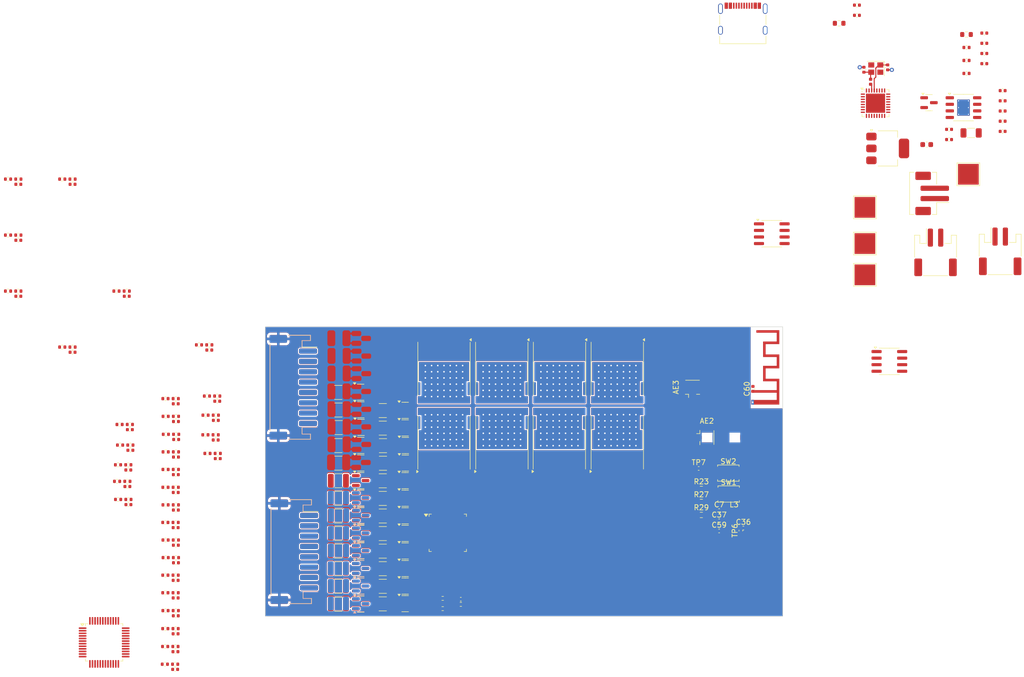
<source format=kicad_pcb>
(kicad_pcb (version 20241229) (generator "pcbnew") (generator_version "9.0")
  (layers (0 "F.Cu" signal) (4 "In1.Cu" signal) (6 "In2.Cu" signal) (2 "B.Cu" signal) (13 "F.Paste" user) (15 "B.Paste" user) (5 "F.SilkS" user "F.Silkscreen") (7 "B.SilkS" user "B.Silkscreen") (1 "F.Mask" user) (3 "B.Mask" user) (25 "Edge.Cuts" user))
  (net 0 "")
  (net 1 "Net-(U3-VIN)")
  (net 2 "GND")
  (net 3 "/MCU/PCHG_EN")
  (net 4 "/Frontend/CHG")
  (net 5 "Net-(Q39-G)")
  (net 6 "Net-(J5-Pin_1)")
  (net 7 "Net-(J5-Pin_2)")
  (net 8 "Net-(J6-CC2)")
  (net 9 "Net-(J6-CC1)")
  (net 10 "/Frontend/CEL_7")
  (net 11 "/Frontend/CEL_6")
  (net 12 "/Frontend/CEL_5")
  (net 13 "/Frontend/CEL_4")
  (net 14 "/Frontend/CEL_3")
  (net 15 "/Frontend/CEL_2")
  (net 16 "/Frontend/CEL_1")
  (net 17 "+3.3V")
  (net 18 "Net-(U1-CHIP_EN)")
  (net 19 "+5V")
  (net 20 "/Frontend/CEL_0")
  (net 21 "/Frontend/TS2")
  (net 22 "/Frontend/TS3")
  (net 23 "+BATT")
  (net 24 "/PACK+")
  (net 25 "/Frontend/VC17")
  (net 26 "/Frontend/VC18")
  (net 27 "/Frontend/VC32")
  (net 28 "/Frontend/CEL_15")
  (net 29 "/Frontend/DSG")
  (net 30 "Net-(Q10-B)")
  (net 31 "/Frontend/CEL_14")
  (net 32 "Net-(Q10-C)")
  (net 33 "Net-(Q11-B)")
  (net 34 "Net-(Q11-C)")
  (net 35 "/Frontend/CEL_13")
  (net 36 "/Frontend/CEL_12")
  (net 37 "Net-(Q12-C)")
  (net 38 "Net-(Q12-B)")
  (net 39 "Net-(Q13-C)")
  (net 40 "/Frontend/CEL_11")
  (net 41 "Net-(C4-Pad1)")
  (net 42 "Net-(Q3-G)")
  (net 43 "+3.3VP")
  (net 44 "Net-(Q4-G)")
  (net 45 "Net-(Q13-B)")
  (net 46 "Net-(Q5-G)")
  (net 47 "Net-(Q40-G)")
  (net 48 "Net-(Q7-C)")
  (net 49 "Net-(Q7-B)")
  (net 50 "Net-(Q8-B)")
  (net 51 "Net-(Q8-C)")
  (net 52 "Net-(Q9-C)")
  (net 53 "Net-(U5-SRN)")
  (net 54 "Net-(U5-SRP)")
  (net 55 "Net-(U1-XTAL_P)")
  (net 56 "/MCU/VDD_RF")
  (net 57 "/MCU/DIV_OUT")
  (net 58 "/Frontend/VC31")
  (net 60 "Net-(U1-XTAL_N)")
  (net 61 "/MCU/PSW_EN")
  (net 65 "Net-(U1-GPIO3)")
  (net 66 "/Frontend/VC30")
  (net 67 "/MCU/DIV_CHG")
  (net 68 "Net-(AE1-A)")
  (net 69 "/HW_EN")
  (net 70 "Net-(Q14-B)")
  (net 71 "Net-(Q14-C)")
  (net 72 "/Frontend/CEL_10")
  (net 73 "Net-(Q15-C)")
  (net 74 "/Frontend/TS1")
  (net 76 "Net-(Q15-B)")
  (net 77 "/Frontend/CEL_9")
  (net 78 "Net-(Q16-C)")
  (net 80 "Net-(U3-SW)")
  (net 81 "/Frontend/CEL_8")
  (net 82 "Net-(U3-EN{slash}UVLO)")
  (net 83 "Net-(Q41-G)")
  (net 84 "-BATT")
  (net 85 "Net-(U3-RON)")
  (net 86 "Net-(Q16-B)")
  (net 88 "Net-(U3-BST)")
  (net 89 "/Frontend/I2C_SDA")
  (net 90 "Net-(U3-FB)")
  (net 91 "Net-(U5-BAT)")
  (net 92 "Net-(Q17-B)")
  (net 93 "Net-(Q17-C)")
  (net 94 "Net-(Q18-C)")
  (net 95 "/PACK-")
  (net 97 "/Frontend/VC29")
  (net 98 "Net-(Q18-B)")
  (net 100 "/Frontend/FET_CENTER")
  (net 102 "/Frontend/I2C_SCL")
  (net 103 "Net-(Q19-B)")
  (net 105 "Net-(Q19-C)")
  (net 106 "Net-(Q20-B)")
  (net 108 "Net-(Q20-C)")
  (net 109 "Net-(Q21-B)")
  (net 110 "Net-(Q21-C)")
  (net 111 "Net-(Q22-C)")
  (net 114 "Net-(Q22-B)")
  (net 115 "/Frontend/VC16")
  (net 116 "/Frontend/VC6")
  (net 117 "/Frontend/VC7")
  (net 118 "/Frontend/VC2")
  (net 119 "/Frontend/VC0")
  (net 120 "/Frontend/VC1")
  (net 121 "/Frontend/VC15")
  (net 122 "/Frontend/VC11")
  (net 123 "/Frontend/VC13")
  (net 124 "/Frontend/VC12")
  (net 125 "/Frontend/VC9")
  (net 126 "/Frontend/VC8")
  (net 127 "/Frontend/VC3")
  (net 128 "/Frontend/VC4")
  (net 129 "/Frontend/VC5")
  (net 130 "/Frontend/VC10")
  (net 131 "/Frontend/VC28")
  (net 134 "Net-(Q42-G)")
  (net 135 "/Frontend/VC27")
  (net 136 "/Frontend/VC26")
  (net 137 "/Frontend/VC25")
  (net 139 "/Frontend/VC24")
  (net 140 "/Frontend/VC23")
  (net 141 "/Frontend/VC22")
  (net 143 "/Frontend/VC21")
  (net 144 "/Frontend/VC20")
  (net 145 "/Frontend/VC14")
  (net 146 "/Frontend/CEL_16")
  (net 147 "Net-(Q9-B)")
  (net 148 "/Frontend/VC19")
  (net 150 "/USB_DP")
  (net 153 "/USB_DN")
  (net 155 "Net-(Q23-C)")
  (net 156 "Net-(Q23-B)")
  (net 157 "/Frontend/CEL_26")
  (net 158 "Net-(Q24-C)")
  (net 159 "Net-(Q24-B)")
  (net 160 "/Frontend/CEL_31")
  (net 161 "Net-(Q25-B)")
  (net 162 "/Frontend/CEL_30")
  (net 163 "Net-(Q25-C)")
  (net 164 "Net-(Q26-C)")
  (net 165 "/Frontend/CEL_29")
  (net 166 "Net-(Q26-B)")
  (net 167 "/Frontend/CEL_28")
  (net 168 "Net-(Q27-C)")
  (net 169 "Net-(Q27-B)")
  (net 170 "/Frontend/CEL_27")
  (net 171 "Net-(Q28-B)")
  (net 172 "Net-(Q28-C)")
  (net 173 "/Frontend/CEL_25")
  (net 174 "Net-(Q29-C)")
  (net 175 "Net-(Q29-B)")
  (net 176 "/Frontend/CEL_24")
  (net 177 "Net-(Q30-C)")
  (net 178 "Net-(Q30-B)")
  (net 179 "Net-(Q31-B)")
  (net 180 "Net-(Q31-C)")
  (net 181 "/Frontend/CEL_22")
  (net 182 "/Frontend/CEL_23")
  (net 183 "Net-(Q32-C)")
  (net 184 "Net-(Q32-B)")
  (net 185 "Net-(Q33-C)")
  (net 186 "Net-(Q33-B)")
  (net 187 "/Frontend/CEL_21")
  (net 188 "Net-(Q34-C)")
  (net 189 "/Frontend/CEL_20")
  (net 190 "Net-(Q34-B)")
  (net 191 "/Frontend/CEL_19")
  (net 192 "Net-(Q35-C)")
  (net 193 "Net-(Q35-B)")
  (net 194 "Net-(Q36-C)")
  (net 195 "Net-(Q36-B)")
  (net 196 "/Frontend/CEL_18")
  (net 197 "/Frontend/CEL_17")
  (net 198 "Net-(Q37-B)")
  (net 199 "Net-(Q37-C)")
  (net 200 "Net-(Q38-B)")
  (net 201 "Net-(Q38-C)")
  (net 202 "/Frontend/CEL_32")
  (net 203 "Net-(U1-LNA_IN)")
  (net 204 "/MCU/~{COM_EN}")
  (net 205 "/CAN_TX")
  (net 206 "/CAN_RX")
  (net 207 "Net-(U5-DDSG)")
  (net 210 "Net-(U5-RST_SHUT)")
  (net 212 "Net-(AE3-A)")
  (net 213 "Net-(C59-Pad1)")
  (net 221 "Net-(Q43-G)")
  (net 230 "Net-(U6-RST_SHUT)")
  (net 246 "Net-(Q44-G)")
  (net 247 "/Frontend/I2C_SDA_TOP")
  (net 248 "/Frontend/I2C_SCL_TOP")
  (net 249 "GND2")
  (net 251 "Net-(C36-Pad1)")
  (net 252 "Net-(AE2-A)")
  (net 253 "/Frontend/EXT_NTC_T4")
  (net 254 "/Frontend/EXT_NTC_T3")
  (net 255 "/Frontend/EXT_NTC_T1")
  (net 256 "/Frontend/EXT_NTC_T2")
  (footprint "Capacitor_SMD:C_0402_1005Metric" (layer "F.Cu") (at 84.75875 128.55 180)
    (property "Reference" "C28" (hide yes))
    (property "Value" "100n")
  )
  (footprint "Package_TO_SOT_SMD:SOT-23" (layer "F.Cu") (at 129.1225 143.265)
    (property "Reference" "Q8" (hide yes))
    (property "Value" "MMBT3904")
  )
  (footprint "Resistor_SMD:R_1210_3225Metric" (layer "F.Cu") (at 124.8 126.3)
    (property "Reference" "R67" (hide yes))
    (property "Value" "36")
  )
  (footprint "Capacitor_SMD:C_0402_1005Metric" (layer "F.Cu") (at 54.35125 72.965 180)
    (property "Reference" "C53" (hide yes))
    (property "Value" "100n")
  )
  (footprint "Resistor_SMD:R_0402_1005Metric" (layer "F.Cu") (at 82.83 107.025 180)
    (property "Reference" "R75" (hide yes))
    (property "Value" "300")
  )
  (footprint "Package_TO_SOT_SMD:SOT-23" (layer "F.Cu") (at 120.5225 102.365)
    (property "Reference" "Q30" (hide yes))
    (property "Value" "MMBT3904")
  )
  (footprint "Inductor_SMD:L_0402_1005Metric" (layer "F.Cu") (at 219.1 42.3 -90)
    (property "Reference" "L1" (hide yes))
    (property "Value" "24n")
  )
  (footprint "Resistor_SMD:R_0402_1005Metric" (layer "F.Cu") (at 54.35125 71.965 180)
    (property "Reference" "R85" (hide yes))
    (property "Value" "100")
  )
  (footprint "Resistor_SMD:R_1210_3225Metric" (layer "F.Cu") (at 124.8 122.9)
    (property "Reference" "R73" (hide yes))
    (property "Value" "36")
  )
  (footprint "Capacitor_SMD:C_0402_1005Metric" (layer "F.Cu") (at 84.82 135.35 180)
    (property "Reference" "C26" (hide yes))
    (property "Value" "100n")
  )
  (footprint "Capacitor_SMD:C_0402_1005Metric" (layer "F.Cu") (at 234.265 53.48)
    (property "Reference" "C11" (hide yes))
    (property "Value" "1u")
  )
  (footprint "Resistor_SMD:R_0402_1005Metric" (layer "F.Cu") (at 75.43125 119.6 180)
    (property "Reference" "R84" (hide yes))
    (property "Value" "100")
  )
  (footprint "Resistor_SMD:R_0402_1005Metric" (layer "F.Cu") (at 90.53875 106.8 180)
    (property "Reference" "R102" (hide yes))
    (property "Value" "300")
  )
  (footprint "Resistor_SMD:R_0402_1005Metric" (layer "F.Cu") (at 73.62125 116.4 180)
    (property "Reference" "R106" (hide yes))
    (property "Value" "300")
  )
  (footprint "Resistor_SMD:R_0402_1005Metric" (layer "F.Cu") (at 92.52875 106.8 180)
    (property "Reference" "R94" (hide yes))
    (property "Value" "100")
  )
  (footprint "Resistor_SMD:R_0603_1608Metric" (layer "F.Cu") (at 186.38 123.59)
    (property "Reference" "R27")
    (property "Value" "10k")
  )
  (footprint "TestPoint:TestPoint_Pad_4.0x4.0mm" (layer "F.Cu") (at 218 79.65)
    (property "Reference" "J3" (hide yes))
    (property "Value" "PACK+")
  )
  (footprint "Resistor_SMD:R_1210_3225Metric" (layer "F.Cu") (at 116.2 139.9)
    (property "Reference" "R40" (hide yes))
    (property "Value" "36")
  )
  (footprint "Resistor_SMD:R_0603_1608Metric" (layer "F.Cu") (at 186.38 121.08)
    (property "Reference" "R23")
    (property "Value" "10k")
  )
  (footprint "Resistor_SMD:R_0402_1005Metric" (layer "F.Cu") (at 84.75875 127.55 180)
    (property "Reference" "R56" (hide yes))
    (property "Value" "100")
  )
  (footprint "Capacitor_SMD:C_0402_1005Metric" (layer "F.Cu") (at 241.075 36.83)
    (property "Reference" "C5" (hide yes))
    (property "Value" "10u")
  )
  (footprint "Capacitor_SMD:C_0402_1005Metric" (layer "F.Cu") (at 241.075 34.86)
    (property "Reference" "C3" (hide yes))
    (property "Value" "1u")
  )
  (footprint "Resistor_SMD:R_0402_1005Metric" (layer "F.Cu") (at 82.73 151.55 180)
    (property "Reference" "R36" (hide yes))
    (property "Value" "300")
  )
  (footprint "Package_TO_SOT_SMD:SOT-23" (layer "F.Cu") (at 120.5375 119.45)
    (property "Reference" "Q21" (hide yes))
    (property "Value" "MMBT3904")
  )
  (footprint "Package_TO_SOT_SMD:SOT-23" (layer "F.Cu") (at 129.1225 126.265)
    (property "Reference" "Q18" (hide yes))
    (property "Value" "MMBT3904")
  )
  (footprint "Resistor_SMD:R_0402_1005Metric" (layer "F.Cu") (at 82.76875 127.55 180)
    (property "Reference" "R57" (hide yes))
    (property "Value" "300")
  )
  (footprint "Resistor_SMD:R_0402_1005Metric" (layer "F.Cu") (at 82.81 117.3 180)
    (property "Reference" "R66" (hide yes))
    (property "Value" "300")
  )
  (footprint "Button_Switch_SMD:SW_Push_SPST_NO_Alps_SKRK" (layer "F.Cu") (at 191.66 122.05)
    (property "Reference" "SW1")
    (property "Value" "boot")
  )
  (footprint "Resistor_SMD:R_0402_1005Metric" (layer "F.Cu") (at 82.81 130.95 180)
    (property "Reference" "R54" (hide yes))
    (property "Value" "300")
  )
  (footprint "Resistor_SMD:R_0402_1005Metric" (layer "F.Cu") (at 139.89 143.4 180)
    (property "Reference" "R31" (hide yes))
    (property "Value" "100")
  )
  (footprint "Package_TO_SOT_SMD:SOT-23" (layer "F.Cu") (at 120.5225 122.865)
    (property "Reference" "Q19" (hide yes))
    (property "Value" "MMBT3904")
  )
  (footprint "Package_TO_SOT_SMD:SOT-23" (layer "F.Cu") (at 129.1225 139.865)
    (property "Reference" "Q10" (hide yes))
    (property "Value" "MMBT3904")
  )
  (footprint "Resistor_SMD:R_0402_1005Metric" (layer "F.Cu") (at 82.79 120.75 180)
    (property "Reference" "R63" (hide yes))
    (property "Value" "300")
  )
  (footprint "Package_TO_SOT_SMD:SOT-23" (layer "F.Cu") (at 120.5225 136.465)
    (property "Reference" "Q11" (hide yes))
    (property "Value" "MMBT3904")
  )
  (footprint "Resistor_SMD:R_1210_3225Metric" (layer "F.Cu") (at 124.8 139.9)
    (property "Reference" "R43" (hide yes))
    (property "Value" "36")
  )
  (footprint "Package_TO_SOT_SMD:SOT-23" (layer "F.Cu") (at 129.1225 122.865)
    (property "Reference" "Q20" (hide yes))
    (property "Value" "MMBT3904")
  )
  (footprint "Button_Switch_SMD:SW_Push_SPST_NO_Alps_SKRK" (layer "F.Cu") (at 191.6 118)
    (property "Reference" "SW2")
    (property "Value" "reset")
  )
  (footprint "Package_TO_SOT_SMD:SOT-23" (layer "F.Cu") (at 120.56 105.765)
    (property "Reference" "Q31" (hide yes))
    (property "Value" "MMBT3904")
  )
  (footprint "Resistor_SMD:R_0402_1005Metric" (layer "F.Cu") (at 84.82 113.9 180)
    (property "Reference" "R68" (hide yes))
    (property "Value" "100")
  )
  (footprint "Package_SO:HSOP-8-1EP_3.9x4.9mm_P1.27mm_EP2.41x3.1mm_ThermalVias" (layer "F.Cu") (at 237.055 47.3)
    (property "Reference" "U3" (hide yes))
    (property "Value" "LM5164DDA")
  )
  (footprint "Resistor_SMD:R_0402_1005Metric" (layer "F.Cu") (at 62.84125 61.135 180)
    (property "Reference" "R96" (hide yes))
    (property "Value" "300")
  )
  (footprint "Resistor_SMD:R_0402_1005Metric" (layer "F.Cu") (at 84.76 141.15 180)
    (property "Reference" "R44" (hide yes))
    (property "Value" "100")
  )
  (footprint "Resistor_SMD:R_0402_1005Metric" (layer "F.Cu") (at 84.78 120.75 180)
    (property "Reference" "R62" (hide yes))
    (property "Value" "100")
  )
  (footprint "Resistor_SMD:R_1210_3225Metric" (layer "F.Cu") (at 116.2375 105.8)
    (property "Reference" "R121" (hide yes))
    (property "Value" "36")
  )
  (footprint "Resistor_SMD:R_0402_1005Metric" (layer "F.Cu") (at 82.86875 110.5 180)
    (property "Reference" "R72" (hide yes))
    (property "Value" "300")
  )
  (footprint "Capacitor_SMD:C_0402_1005Metric" (layer "F.Cu") (at 244.62 51.9)
    (property "Reference" "C58" (hide yes))
    (property "Value" "1u")
  )
  (footprint "Package_TO_SOT_SMD:Infineon_PG-HSOF-8-1_ThermalVias" (layer "F.Cu") (at 158.933333 112.03 90)
    (property "Reference" "Q40" (hide yes))
    (property "Value" "IPT015N10N5")
  )
  (footprint "Capacitor_SMD:C_0402_1005Metric" (layer "F.Cu") (at 244.62 49.93)
    (property "Reference" "C57" (hide yes))
    (property "Value" "100n")
  )
  (footprint "Resistor_SMD:R_1210_3225Metric" (layer "F.Cu") (at 116.2225 116.085)
    (property "Reference" "R127" (hide yes))
    (property "Value" "36")
  )
  (footprint "Resistor_SMD:R_1210_3225Metric" (layer "F.Cu") (at 116.2225 112.685)
    (property "Reference" "R125" (hide yes))
    (property "Value" "36")
  )
  (footprint "Package_TO_SOT_SMD:SOT-23" (layer "F.Cu") (at 129.1225 109.265)
    (property "Reference" "Q33" (hide yes))
    (property "Value" "MMBT3904")
  )
  (footprint "Package_TO_SOT_SMD:SOT-23" (layer "F.Cu") (at 129.16 112.665)
    (property "Reference" "Q35" (hide yes))
    (property "Value" "MMBT3904")
  )
  (footprint "Resistor_SMD:R_0402_1005Metric" (layer "F.Cu") (at 84.8 130.95 180)
    (property "Reference" "R53" (hide yes))
    (property "Value" "100")
  )
  (footprint "Capacitor_SMD:C_0402_1005Metric" (layer "F.Cu") (at 84.82 114.9 180)
    (property "Reference" "C32" (hide yes))
    (property "Value" "100n")
  )
  (footprint "Resistor_SMD:R_0402_1005Metric" (layer "F.Cu") (at 84.76 137.75 180)
    (property "Reference" "R47" (hide yes))
    (property "Value" "100")
  )
  (footprint "Package_TO_SOT_SMD:SOT-23" (layer "F.Cu") (at 120.5225 129.665)
    (property "Reference" "Q15" (hide yes))
    (property "Value" "MMBT3904")
  )
  (footprint "Resistor_SMD:R_0603_1608Metric" (layer "F.Cu") (at 237.635 33.16)
    (property "Reference" "R3" (hide yes))
    (property "Value" "10k")
  )
  (footprint "Package_TO_SOT_SMD:SOT-23" (layer "F.Cu") (at 129.16 116.065)
    (property "Reference" "Q37" (hide yes))
    (property "Value" "MMBT3904")
  )
  (footprint "Capacitor_SMD:C_0402_1005Metric" (layer "F.Cu") (at 241.075 38.8)
    (property "Reference" "C6" (hide yes))
    (property "Value" "100n")
  )
  (footprint "Capacitor_SMD:C_0402_1005Metric" (layer "F.Cu") (at 189.82 127.23)
    (property "Reference" "C37")
    (property "Value" "1.5pF")
  )
  (footprint "Capacitor_SMD:C_0402_1005Metric" (layer "F.Cu") (at 139.88 142.4 180)
    (property "Reference" "C19" (hide yes))
    (property "Value" "100n")
  )
  (footprint "Resistor_SMD:R_1210_3225Metric" (layer "F.Cu") (at 116.2 102.4)
    (property "Reference" "R119" (hide yes))
    (property "Value" "36")
  )
  (footprint "Resistor_SMD:R_0402_1005Metric" (layer "F.Cu") (at 84.78 103.6 180)
    (property "Reference" "R77" (hide yes))
    (property "Value" "100")
  )
  (footprint "Capacitor_SMD:C_0402_1005Metric" (layer "F.Cu") (at 76.0075 113.585 180)
    (property "Reference" "C49" (hide yes))
    (property "Value" "100n")
  )
  (footprint "Capacitor_SMD:C_0402_1005Metric" (layer "F.Cu") (at 84.78 104.6 180)
    (property "Reference" "C35" (hide yes))
    (property "Value" "100n")
  )
  (footprint "Resistor_SMD:R_0402_1005Metric" (layer "F.Cu") (at 91.265 93.2 180)
    (property "Reference" "R88" (hide yes))
    (property "Value" "100")
  )
  (footprint "Capacitor_SMD:C_0402_1005Metric" (layer "F.Cu") (at 84.7875 145.605 180)
    (property "Reference" "C23" (hide yes))
    (property "Value" "100n")
  )
  (footprint "Package_TO_SOT_SMD:SOT-23" (layer "F.Cu") (at 120.545 112.65)
    (property "Reference" "Q36" (hide yes))
    (property "Value" "MMBT3904")
  )
  (footprint "Resistor_SMD:R_0402_1005Metric" (layer "F.Cu") (at 73.92125 108.6 180)
    (property "Reference" "R110" (hide yes))
    (property "Value" "300")
  )
  (footprint "Resistor_SMD:R_0402_1005Metric" (layer "F.Cu") (at 92.9 114.2 180)
    (property "Reference" "R92" (hide yes))
    (property "Value" "100")
  )
  (footprint "Package_DFN_QFN:QFN-32-1EP_5x5mm_P0.5mm_EP3.7x3.7mm" (layer "F.Cu") (at 220.05 46.45)
    (property "Reference" "U1" (hide yes))
    (property "Value" "ESP32-C3")
  )
  (footprint "Resistor_SMD:R_1210_3225Metric" (layer "F.Cu") (at 124.8 136.5)
    (property "Reference" "R49" (hide yes))
    (property "Value" "36")
  )
  (footprint "Capacitor_SMD:C_0402_1005Metric" (layer "F.Cu") (at 84.66375 155.975 180)
    (property "Reference" "C20" (hide yes))
    (property "Value" "100n")
  )
  (footprint "Resistor_SMD:R_0402_1005Metric" (layer "F.Cu") (at 75.61125 116.4 180)
    (property "Reference" "R83" (hide yes))
    (property "Value" "100")
  )
  (footprint "Resistor_SMD:R_0402_1005Metric" (layer "F.Cu") (at 237.635 40.69)
    (property "Reference" "R6" (hide yes))
    (property "Value" "120")
  )
  (footprint "Package_TO_SOT_SMD:SOT-23" (layer "F.Cu") (at 129.1225 119.465)
    (property "Reference" "Q22" (hide yes))
    (property "Value" "MMBT3904")
  )
  (footprint "Capacitor_SMD:C_0402_1005Metric" (layer "F.Cu") (at 244.62 45.99)
    (property "Reference" "C55" (hide yes))
    (property "Value" "1u")
  )
  (footprint "Resistor_SMD:R_1210_3225Metric" (layer "F.Cu") (at 116.2 136.5)
    (property "Reference" "R46" (hide yes))
    (property "Value" "36")
  )
  (footprint "Capacitor_SMD:C_0402_1005Metric" (layer "F.Cu") (at 92.9 115.2 180)
    (property "Reference" "C51" (hide yes))
    (property "Value" "100n")
  )
  (footprint "Resistor_SMD:R_0402_1005Metric" (layer "F.Cu") (at 84.72 151.55 180)
    (property "Reference" "R35" (hide yes))
    (property "Value" "100")
  )
  (footprint "Resistor_SMD:R_0402_1005Metric" (layer "F.Cu") (at 82.77 137.75 180)
    (property "Reference" "R48" (hide yes))
    (property "Value" "300")
  )
  (footprint "Capacitor_SMD:C_0402_1005Metric" (layer "F.Cu") (at 196.34869 101.716591 90)
    (property "Reference" "C60")
    (property "Value" "100p")
  )
  (footprint "Capacitor_SMD:C_0402_1005Metric" (layer "F.Cu") (at 92.8 104.1 180)
    (property "Reference" "C39" (hide yes))
    (property "Value" "100n")
  )
  (footprint "RF_Antenna:Texas_SWRA117D_2.4GHz_Left" (layer "F.Cu") (at 196.3 102.2 -90)
    (property "Reference" "AE1" (hide yes))
    (property "Value" "WiFi+BT")
  )
  (footprint "Crystal:Crystal_SMD_2520-4Pin_2.5x2.0mm" (layer "F.Cu") (at 220.1 39.753088 180)
    (property "Reference" "Y1" (hide yes))
    (property "Value" "40MHz")
  )
  (footprint "Capacitor_SMD:C_0402_1005Metric" (layer "F.Cu") (at 84.82 108.025 180)
    (property "Reference" "C34" (hide yes))
    (property "Value" "100n")
  )
  (footprint "Resistor_SMD:R_0402_1005Metric" (layer "F.Cu") (at 90.91 114.2 180)
    (property "Reference" "R111" (hide yes))
    (property "Value" "300")
  )
  (footprint "Resistor_SMD:R_0402_1005Metric" (layer "F.Cu") (at 92.5 110.6 180)
    (property "Reference" "R95" (hide yes))
    (property "Value" "100")
  )
  (footprint "Resistor_SMD:R_0402_1005Metric" (layer "F.Cu") (at 84.66375 154.975 180)
    (property "Reference" "R32" (hide yes))
    (property "Value" "100")
  )
  (footprint "Package_SO:SOIC-8_3.9x4.9mm_P1.27mm" (layer "F.Cu") (at 222.725 96.395)
    (property "Reference" "U8" (hide yes))
    (property "Value" "ISO1540")
  )
  (footprint "Resistor_SMD:R_0402_1005Metric_Pad0.72x0.64mm_HandSolder" (layer "F.Cu") (at 136.385 144.225)
    (property "Reference" "R2" (hide yes))
    (property "Value" "4.7k")
  )
  (footprint "Resistor_SMD:R_0402_1005Metric" (layer "F.Cu") (at 64.83125 61.135 180)
    (property "Reference" "R86" (hide yes))
    (property "Value" "100")
  )
  (footprint "Package_TO_SOT_SMD:SOT-23" (layer "F.Cu") (at 120.5375 143.35)
    (property "Reference" "Q7" (hide yes))
    (property "Value" "MMBT3904")
  )
  (footprint "Capacitor_SMD:C_0402_1005Metric" (layer "F.Cu") (at 54.35125 62.135 180)
    (property "Reference" "C40" (hide yes))
    (property "Value" "100n")
  )
  (footprint "Resistor_SMD:R_1210_3225Metric" (layer "F.Cu") (at 124.8 133.1)
    (property "Reference" "R55" (hide yes))
    (property "Value" "36")
  )
  (footprint "Package_TO_SOT_SMD:Infineon_PG-HSOF-8-1_ThermalVias" (layer "F.Cu") (at 147.8 97.87 -90)
    (property "Reference" "Q42" (hide yes))
    (property "Value" "IPT015N10N5")
  )
  (footprint "Connector_Coaxial:U.FL_Hirose_U.FL-R-SMT-1_Vertical" (layer "F.Cu") (at 184.675 101.875 90)
    (property "Reference" "AE3")
    (property "Value" "Calib")
  )
  (footprint "Capacitor_SMD:C_0402_1005Metric" (layer "F.Cu") (at 189.82 129.2)
    (property "Reference" "C59")
    (property "Value" "1.5pF")
  )
  (footprint "Resistor_SMD:R_0402_1005Metric" (layer "F.Cu") (at 90.81 103.1 180)
    (property "Reference" "R98" (hide yes))
    (property "Value" "300")
  )
  (footprint "Resistor_SMD:R_1210_3225Metric" (layer "F.Cu") (at 124.8 129.7)
    (property "Reference" "R61" (hide yes))
    (property "Value" "36")
  )
  (footprint "Capacitor_SMD:C_0402_1005Metric" (layer "F.Cu") (at 185.865 117.105)
    (property "Reference" "TP7")
    (property "Value" "TestPoint")
  )
  (footprint "Package_TO_SOT_SMD:SOT-23" (layer "F.Cu") (at 230.385 46.345)
    (property "Reference" "Q3" (hide yes))
    (property "Value" "AO3401A")
  )
  (footprint "Capacitor_SMD:C_0402_1005Metric" (layer "F.Cu") (at 189.82 125.26)
    (property "Reference" "C7")
    (property "Value" "1u")
  )
  (footprint "Package_TO_SOT_SMD:Infineon_PG-HSOF-8-1_ThermalVias" (layer "F.Cu") (at 136.633333 97.87 -90)
    (property "Reference" "Q5" (hide yes))
    (property "Value" "IPT015N10N5")
  )
  (footprint "Connector_JST:JST_PH_S2B-PH-SM4-TB_1x02-1MP_P2.00mm_Horizontal" (layer "F.Cu") (at 244.15 75.1)
    (property "Reference" "J7" (hide yes))
    (property "Value" "EXT_NTC")
  )
  (footprint "Connector_JST:JST_PH_B2B-PH-SM4-TB_1x02-1MP_P2.00mm_Vertical" (layer "F.Cu") (at 231 63.9 90)
    (property "Reference" "J5" (hide yes))
    (property "Value" "CAN")
  )
  (footprint "Resistor_SMD:R_0402_1005Metric" (layer "F.Cu") (at 73.64125 123.1 180)
    (property "Reference" "R101" (hide yes))
    (property "Value" "300")
  )
  (footprint "Capacitor_SMD:C_0402_1005Metric" (layer "F.Cu") (at 84.72 152.55 180)
    (property "Reference" "C21" (hide yes))
    (property "Value" "100n")
  )
  (footprint "Inductor_SMD:L_0402_1005Metric" (layer "F.Cu") (at 192.71 125.27)
    (property "Reference" "L3")
    (property "Value" "2.4n")
  )
  (footprint "Resistor_SMD:R_1210_3225Metric" (layer "F.Cu") (at 116.2 129.7)
    (property "Reference" "R58" (hide yes))
    (property "Value" "36")
  )
  (footprint "Capacitor_SMD:C_0402_1005Metric" (layer "F.Cu") (at 244.62 47.96)
    (property "Reference" "C56" (hide yes))
    (property "Value" "10n")
  )
  (footprint "TestPoint:TestPoint_Pad_4.0x4.0mm" (layer "F.Cu") (at 218 73.6)
    (property "Reference" "J2" (hide yes))
    (property "Value" "BAT-")
  )
  (footprint "Resistor_SMD:R_0402_1005Metric" (layer "F.Cu") (at 92.8 103.1 180)
    (property "Reference" "R91" (hide yes))
    (property "Value" "100")
  )
  (footprint "Capacitor_SMD:C_0402_1005Metric" (layer "F.Cu") (at 64.83125 94.625 180)
    (property "Reference" "C44" (hide yes))
    (property "Value" "100n")
  )
  (footprint "Resistor_SMD:R_0402_1005Metric" (layer "F.Cu") (at 82.83 113.9 180)
    (property "Reference" "R69" (hide yes))
    (property "Value" "300")
  )
  (footprint "Resistor_SMD:R_0402_1005Metric" (layer "F.Cu") (at 82.83 134.35 180)
    (property "Reference" "R51" (hide yes))
    (property "Value" "300")
  )
  (footprint "Capacitor_SMD:C_0402_1005Metric" (layer "F.Cu") (at 92.5 111.6 180)
    (property "Reference" "C52" (hide yes))
    (property "Value" "100n")
  )
  (footprint "Resistor_SMD:R_0402_1005Metric" (layer "F.Cu") (at 84.8 124.15 180)
    (property "Reference" "R59" (hide yes))
    (property "Value" "100")
  )
  (footprint "Resistor_SMD:R_0402_1005Metric" (layer "F.Cu") (at 84.7875 144.605 180)
    (property "Reference" "R41" (hide yes))
    (property "Value" "100")
  )
  (footprint "Resistor_SMD:R_0402_1005Metric" (layer "F.Cu") (at 76.0075 112.585 180)
    (property "Reference" "R81" (hide yes))
    (property "Value" "100")
  )
  (footprint "Package_QFP:TQFP-48_7x7mm_P0.5mm" (layer "F.Cu") (at 137.3625 129.55)
    (property "Reference" "U5" (hide yes))
    (property "Value" "BQ769x2")
  )
  (footprint "Resistor_SMD:R_1210_3225Metric" (layer "F.Cu") (at 124.8 105.9)
    (property "Reference" "R120" (hide yes))
    (property "Value" "36")
  )
  (footprint "Package_TO_SOT_SMD:Infineon_PG-HSOF-8-1_ThermalVias" (layer "F.Cu") (at 170.133333 112.03 90)
    (property "Reference" "Q41" (hide yes))
    (property "Value" "IPT015N10N5")
  )
  (footprint "Resistor_SMD:R_0402_1005Metric" (layer "F.Cu") (at 237.635 38.18)
    (property "Reference" "R10" (hide yes))
    (property "Value" "5.1k")
  )
  (footprint "Package_TO_SOT_SMD:SOT-23" (layer "F.Cu") (at 129.1225 136.465)
    (property "Reference" "Q12" (hide yes))
    (property "Value" "MMBT3904")
  )
  (footprint "Capacitor_SMD:C_0402_1005Metric" (layer "F.Cu") (at 84.74875 149.09 180)
    (property "Reference" "C22" (hide yes))
    (property "Value" "100n")
  )
  (footprint "Resistor_SMD:R_0402_1005Metric" (layer "F.Cu") (at 64.83125 93.625 180)
    (property "Reference" "R89" (hide yes))
    (property "Value" "100")
  )
  (footprint "Package_TO_SOT_SMD:SOT-23" (layer "F.Cu") (at 120.545 116.05)
    (property "Reference" "Q38" (hide yes))
    (property "Value" "MMBT3904")
  )
  (footprint "Resistor_SMD:R_0603_1608Metric" (layer "F.Cu") (at 213.015 30.99)
    (property "Reference" "TH1" (hide yes))
    (property "Value" "100k")
  )
  (footprint "Connector_JST:JST_PH_S2B-PH-SM4-TB_1x02-1MP_P2.00mm_Horizontal" (layer "F.Cu") (at 231.65 75.3)
    (property "Reference" "J8" (hide yes))
    (property "Value" "EXT_NTC")
  )
  (footprint "Resistor_SMD:R_0402_1005Metric" (layer "F.Cu") (at 84.85875 110.5 180)
    (property "Reference" "R71" (hide yes))
    (property "Value" "100")
  )
  (footprint "Resistor_SMD:R_1210_3225Metric" (layer "F.Cu") (at 116.215 119.485)
    (property "Reference" "R76" (hide yes))
    (property "Value" "36")
  )
  (footprint "Capacitor_SMD:C_1206_3216Metric" (layer "F.Cu") (at 238.525 52.2)
    (property "Reference" "C8" (hide yes))
    (property "Value" "100n")
  )
  (footprint "Capacitor_SMD:C_0402_1005Metric" (layer "F.Cu") (at 75.63125 124.1 180)
    (property "Reference" "C46" (hide yes))
    (property "Value" "100n")
  )
  (footprint "Capacitor_SMD:C_0402_1005Metric" (layer "F.Cu") (at 92.52875 107.8 180)
    (property "Reference" "C38" (hide yes))
    (property "Value" "100n")
  )
  (footprint "Capacitor_SMD:C_0402_1005Metric" (layer "F.Cu") (at 194.5 128.64)
    (property "Reference" "C36")
    (property "Value" "100p")
  )
  (footprint "Resistor_SMD:R_0402_1005Metric" (layer "F.Cu") (at 90.51 110.6 180)
    (property "Reference" "R107" (hide yes))
    (property "Value" "300")
  )
  (footprint "Resistor_SMD:R_0402_1005Metric" (layer "F.Cu") (at 89.275 93.2 180)
    (property "Reference" "R100" (hide yes))
    (property "Value" "300")
  )
  (footprint "Resistor_SMD:R_0402_1005Metric" (layer "F.Cu") (at 54.35125 82.795 180)
    (property "Reference" "R90" (hide yes))
    (property "Value" "100")
  )
  (footprint "Capacitor_SMD:C_0402_1005Metric" (layer "F.Cu") (at 54.35125 83.795 180)
    (property "Reference" "C43" (hide yes))
    (property "Value" "100n")
  )
  (footprint "Capacitor_SMD:C_0402_1005Metric" (layer "F.Cu") (at 84.8 131.95 180)
    (property "Reference" "C27" (hide yes))
    (property "Value" "100n")
  )
  (footprint "Capacitor_SMD:C_0402_1005Metric" (layer "F.Cu") (at 84.76 142.15 180)
    (property "Reference" "C24" (hide yes))
    (property "Value" "100n")
  )
  (footprint "TestPoint:TestPoint_Pad_4.0x4.0mm" (layer "F.Cu") (at 218 66.6)
    (property "Reference" "J4" (hide yes))
    (property "Value" "PACK-")
  )
  (footprint "Package_TO_SOT_SMD:SOT-223-3_TabPin2" (layer "F.Cu") (at 222.4 55.2)
    (property "Reference" "U4" (hide yes))
    (property "Value" "AMS1117-3.3")
  )
  (footprint "Package_TO_SOT_SMD:Infineon_PG-HSOF-8-1_ThermalVias" (layer "F.Cu") (at 170.133333 97.87 -90)
    (property "Reference" "Q44" (hide yes))
    (property "Value" "IPT015N10N5")
  )
  (footprint "Resistor_SMD:R_1210_3225Metric" (layer "F.Cu") (at 124.8375 116.1)
    (property "Reference" "R126" (hide yes))
    (property "Value" "36")
  )
  (footprint "Capacitor_SMD:C_0402_1005Metric" (layer "F.Cu") (at 84.85875 111.5 180)
    (property "Reference" "C33" (hide yes))
    (property "Value" "100n")
  )
  (footprint "Resistor_SMD:R_1210_3225Metric" (layer "F.Cu") (at 116.2 122.9)
    (property "Reference" "R70" (hide yes))
    (property "Value" "36")
  )
  (footprint "Resistor_SMD:R_0402_1005Metric" (layer "F.Cu") (at 82.79 103.6 180)
    (property "Reference" "R78" (hide yes))
    (property "Value" "300")
  )
  (footprint "Capacitor_SMD:C_0402_1005Metric" (layer "F.Cu") (at 217.8 39.973088 90)
    (property "Reference" "C4" (hide yes))
    (property "Value" "16p")
  )
  (footprint "Package_TO_SOT_SMD:Infineon_PG-HSOF-8-1_ThermalVias" (layer "F.Cu") (at 158.966666 97.87 -90)
    (property "Reference" "Q43" (hide yes))
    (property "Value" "IPT015N10N5")
  )
  (footprint "Package_TO_SOT_SMD:SOT-23" (layer "F.Cu") (at 120.5225 139.865)
    (property "Reference" "Q9" (hide yes))
    (property "Value" "MMBT3904")
  )
  (footprint "Capacitor_SMD:C_0402_1005Metric" (layer "F.Cu") (at 75.91125 109.6 180)
    (property "Reference" "C50" (hide yes))
    (property "Value" "100n")
  )
  (footprint "Resistor_SMD:R_1210_3225Metric" (layer "F.Cu") (at 116.275 109.2)
    (property "Reference" "R123" (hide yes))
    (property "Value" "36")
  )
  (footprint "Capacitor_SMD:C_0402_1005Metric" (layer "F.Cu") (at 241.075 32.89)
    (property "Reference" "C1" (hide yes))
    (property "Value" "100n")
  )
  (footprint "Resistor_SMD:R_1210_3225Metric" (layer "F.Cu") (at 124.8375 112.7)
    (property "Reference" "R124" (hide yes))
    (property "Value" "36")
  )
  (footprint "Resistor_SMD:R_0402_1005Metric" (layer "F.Cu") (at 237.635 35.67)
    (property "Reference" "R9" (hide yes))
    (property "Value" "5.1k")
  )
  (footprint "Package_SO:SOIC-8_3.9x4.9mm_P1.27mm" (layer "F.Cu") (at 199.995 71.695)
    (property "Reference" "U2" (hide yes))
    (property "Value" "MCP2562-E-SN")
  )
  (footprint "Capacitor_SMD:C_0402_1005Metric" (layer "F.Cu") (at 216.455 27.48)
    (property "Reference" "R24" (hide yes))
    (property "Value" "100")
  )
  (footprint "Capacitor_SMD:C_0402_1005Metric" (layer "F.Cu") (at 84.8 125.15 180)
    (property "Reference" "C29" (hide yes))
    (property "Value" "100n")
  )
  (footprint "Capacitor_SMD:C_0402_1005Metric" (layer "F.Cu") (at 91.265 94.2 180)
    (property "Reference" "C45" (hide yes))
    (property "Value" "100n")
  )
  (footprint "Resistor_SMD:R_0402_1005Metric" (layer "F.Cu") (at 82.75875 148.09 180)
    (property "Reference" "R39" (hide yes))
    (property "Value" "300")
  )
  (footprint "Resistor_SMD:R_0402_1005Metric" (layer "F.Cu") (at 62.84125 93.625 180)
    (property "Reference" "R97" (hide yes))
    (property "Value" "300")
  )
  (footprint "Capacitor_SMD:C_0402_1005Metric" (layer "F.Cu") (at 222.4 39.52 -90)
    (property "Reference" "C2" (hide yes))
    (property "Value" "16p")
  )
  (footprint "Package_TO_SOT_SMD:Infineon_PG-HSOF-8-1_ThermalVias" (layer "F.Cu") (at 147.833333 112.03 90)
    (property "Reference" "Q39" (hide yes))
    (property "Value" "IPT015N10N5")
  )
  (footprint "TestPoint:TestPoint_Pad_4.0x4.0mm" (layer "F.Cu") (at 238 60.2)
    (property "Reference" "J1" (hide yes))
    (property "Value" "BAT+")
  )
  (footprint "Capacitor_SMD:C_0402_1005Metric" (layer "F.Cu") (at 84.78 121.75 180)
    (property "Reference" "C30" (hide yes))
    (property "Value" "100n")
  )
  (footprint "Resistor_SMD:R_0402_1005Metric" (layer "F.Cu") (at 52.36125 71.965 180)
    (property "Reference" "R103" (hide yes))
    (property "Value" "300")
  )
  (footprint "Capacitor_SMD:C_0402_1005Metric" (layer "F.Cu") (at 84.8 118.3 180)
    (property "Reference" "C31" (hide yes))
    (property "Value" "100n")
  )
  (footprint "Resistor_SMD:R_1210_3225Metric" (layer "F.Cu") (at 116.215 143.385)
    (property "Reference" "R34" (hide yes))
    (property "Value" "36")
  )
  (footprint "Package_TO_SOT_SMD:SOT-23" (layer "F.Cu") (at 120.5975 109.165)
    (property "Reference" "Q34" (hide yes))
    (property "Value" "MMBT3904")
  )
  (footprint "Resistor_SMD:R_0402_1005Metric" (layer "F.Cu") (at 73.32125 82.795 180)
    (property "Reference" "R109" (hide yes))
    (property "Value" "300")
  )
  (footprint "Resistor_SMD:R_0402_1005Metric" (layer "F.Cu") (at 75.63125 123.1 180)
    (property "Reference" "R87" (hide yes))
    (property "Value" "100")
  )
  (footprint "Resistor_SMD:R_1210_3225Metric" (layer "F.Cu") (at 124.8 119.5)
    (property "Reference" "R79" (hide yes))
    (property "Value" "36")
  )
  (footprint "Package_TO_SOT_SMD:SOT-23" (layer "F.Cu") (at 120.5225 126.265)
    (property "Reference" "Q17" (hide yes))
    (property "Value" "MMBT3904")
  )
  (footprint "Capacitor_SMD:C_0402_1005Metric" (layer "F.Cu") (at 75.43125 120.6 180)
    (property "Reference" "C47" (hide yes))
    (property "Value" "100n")
  )
  (footprint "Resistor_SMD:R_0603_1608Metric" (layer "F.Cu") (at 186.38 126.1)
    (property "Reference" "R29")
    (property "Value" "10k")
  )
  (footprint "Resistor_SMD:R_0402_1005Metric" (layer "F.Cu") (at 82.81 124.15 180)
    (property "Reference" "R60" (hide yes))
    (property "Value" "300")
  )
  (footprint "Capacitor_SMD:C_0402_1005Metric" (layer "F.Cu") (at 194.02 129.119815 90)
    (property "Reference" "TP6")
    (property "Value" "TestPoint")
  )
  (footprint "Package_TO_SOT_SMD:SOT-23" (layer "F.Cu") (at 129.1225 105.865)
    (property "Reference" "Q32" (hide yes))
    (property "Value" "MMBT3904")
  )
  (footprint "Resistor_SMD:R_0402_1005Metric" (layer "F.Cu") (at 82.67375 154.975 180)
    (property "Reference" "R33" (hide yes))
    (property "Value" "300")
  )
  (footprint "Capacitor_SMD:C_0402_1005Metric" (layer "F.Cu") (at 75.31125 83.795 180)
    (property "Reference" "C41" (hide yes))
    (property "Value" "100n")
  )
  (footprint "Resistor_SMD:R_0402_1005Metric" (layer "F.Cu") (at 75.31125 82.795 180)
    (property "Reference" "R82" (hide yes))
    (property "Value" "100")
  )
  (footprint "Package_TO_SOT_SMD:SOT-23" (layer "F.Cu") (at 129.1225 133.065)
    (property "Reference" "Q14" (hide yes))
    (property "Value" "MMBT3904")
  )
  (footprint "Resistor_SMD:R_1210_3225Metric" (layer "F.Cu") (at 116.2 133.1)
    (property "Reference" "R52" (hide yes))
    (property "Value" "36")
  )
  (footprint "Connector_Coaxial:U.FL_Hirose_U.FL-R-SMT-1_Vertical" (layer "F.Cu") (at 186.975 111.125)
    (property "Reference" "AE2")
    (property "Value" "Calib")
  )
  (footprint "Resistor_SMD:R_1210_3225Metric" (layer "F.Cu") (at 124.8 143.3)
    (property "Reference" "R37" (hide yes))
    (property "Value" "36")
  )
  (footprint "Resistor_SMD:R_0402_1005Metric" (layer "F.Cu") (at 74.0175 112.585 180)
    (property "Reference" "R108" (hide yes))
    (property "Value" "300")
  )
  (footprint "Capacitor_SMD:C_0402_1005Metric" (layer "F.Cu") (at 84.76 138.75 180)
    (property "Reference" "C25" (hide yes))
    (property "Value" "100n")
  )
  (footprint "Resistor_SMD:R_0402_1005Metric_Pad0.72x0.64mm_HandSolder" (layer "F.Cu") (at 136.385 142.235)
    (property "Reference" "R1" (hide yes))
    (property "Value" "4.7k")
  )
  (footprint "Resistor_SMD:R_1210_3225Metric" (layer "F.Cu") (at 116.2 126.3)
    (property "Reference" "R64" (hide yes))
    (property "Value" "36")
  )
  (footprint "Resistor_SMD:R_0402_1005Metric" (layer "F.Cu") (at 84.82 107.025 180)
    (property "Reference" "R74" (hide yes))
    (property "Value" "100")
  )
  (footprint "Package_TO_SOT_SMD:Infineon_PG-HSOF-8-1_ThermalVias" (layer "F.Cu") (at 136.633333 112.05 90)
    (property "Reference" "Q4" (hide yes))
    (property "Value" "IPT015N10N5")
  )
  (footprint "Connector_JST:JST_PH_S8B-PH-SM4-TB_1x08-1MP_P2.00mm_Horizontal" (layer "F.Cu") (at 107.5 101.4 -90)
    (property "Reference" "J13" (hide yes))
    (property "Value" "Conn_01x08_MountingPin")
  )
  (footprint "Package_TO_SOT_SMD:SOT-23" (layer "F.Cu") (at 120.5225 133.065)
    (property "Reference" "Q13" (hide yes))
    (property "Value" "MMBT3904")
  )
  (footprint "Resistor_SMD:R_0402_1005Metric" (layer "F.Cu") (at 82.77 141.15 180)
    (property "Reference" "R45" (hide yes))
    (property "Value" "300")
  )
  (footprint "Resistor_SMD:R_0402_1005Metric" (layer "F.Cu") (at 73.44125 119.6 180)
    (property "Reference" "R105" (hide yes))
    (property "Value" "300")
  )
  (footprint "Resistor_SMD:R_0402_1005Metric" (layer "F.Cu") (at 84.8 117.3 180)
    (property "Reference" "R65" (hide yes))
    (property "Value" "100")
  )
  (footprint "Capacitor_SMD:C_0402_1005Metric" (layer "F.Cu") (at 244.62 44.02)
    (property "Reference" "C54" (hide yes))
    (property "Value" "1u")
  )
  (footprint "Package_QFP:TQFP-48_7x7mm_P0.5mm" (layer "F.Cu") (at 70.9375 150.75)
    (property "Reference" "U6" (hide yes))
    (property "Value" "BQ769x2")
  )
  (footprint "Resistor_SMD:R_0402_1005Metric" (layer "F.Cu") (at 52.36125 82.795 180)
    (property "Reference" "R99" (hide yes))
    (property "Value" "300")
  )
  (footprint "Capacitor_SMD:C_0402_1005Metric" (layer "F.Cu") (at 234.265 51.51)
    (property "Reference" "C9" (hide yes))
    (property "Value" "1u")
  )
  (footprint "Resistor_SMD:R_0402_1005Metric" (layer "F.Cu") (at 54.35125 61.135 180)
    (property "Reference" "R93" (hide yes))
    (property "Value" "100")
  )
  (footprint "Resistor_SMD:R_0402_1005Metric" (layer "F.Cu") (at 82.7975 144.605 180)
    (property "Reference" "R42" (hide yes))
    (property "Value" "300")
  )
  (footprint "Capacitor_SMD:C_0603_1608Metric" (layer "F.Cu") (at 229.945 54.45)
    (property "Reference" "C14" (hide yes))
    (property "Value" "47u")
  )
  (footprint "Capacitor_SMD:C_0402_1005Metric" (layer "F.Cu") (at 216.455 29.45)
    (property "Reference" "R26" (hide yes))
    (property "Value" "100")
  )
  (footprint "Connector_USB:USB_C_Receptacle_Palconn_UTC16-G" (layer "F.Cu") (at 194.4 30.1)
    (property "Reference" "J6" (hide yes))
    (property "Value" "USB_C_Receptacle_USB2.0_14P")
  )
  (footprint "Resistor_SMD:R_0402_1005Metric" (layer "F.Cu") (at 52.36125 61.135 180)
    (property "Reference" "R104" (hide yes))
    (property "Value" "300")
  )
  (footprint "Capacitor_SMD:C_0402_1005Metric" (layer "F.Cu") (at 64.83125 62.135 180)
    (property "Reference" "C42" (hide yes))
    (property "Value" "100n")
  )
  (footprint "Package_TO_SOT_SMD:SOT-23" (layer "F.Cu") (at 129.1225 129.665)
    (property "Reference" "Q16" (hide yes))
    (property "Value" "MMBT3904")
  )
  (footprint "Resistor_SMD:R_0402_1005Metric" (layer "F.Cu") (at 75.91125 108.6 180)
    (property "Reference" "R80" (hide yes))
    (property "Value" "100")
  )
  (footprint "Connector_JST:JST_PH_S8B-PH-SM4-TB_1x08-1MP_P2.00mm_Horizontal" (layer "F.Cu") (at 107.7 133.2 -90)
    (property "Reference" "J12" (hide yes))
    (property "Value" "Conn_01x08_MountingPin")
  )
  (footprint "Resistor_SMD:R_1210_3225Metric" (layer "F.Cu") (at 124.8 109.3)
    (property "Reference" "R122" (hide yes))
    (property "Value" "36")
  )
  (footprint "Resistor_SMD:R_0402_1005Metric" (layer "F.Cu") (at 84.74875 148.09 180)
    (property "Reference" "R38" (hide yes))
    (property "Value" "100")
  )
  (footprint "Capacitor_SMD:C_0402_1005Metric" (layer "F.Cu") (at 75.61125 117.4 180)
    (property "Reference" "C48" (hide yes))
    (property "Value" "100n")
  )
  (footprint "Resistor_SMD:R_0402_1005Metric" (layer "F.Cu") (at 84.82 134.35 180)
    (property "Reference" "R50" (hide yes))
    (property "Value" "100")
  )
  (footprint "Package_TO_SOT_SMD:SOT-23" (layer "B.Cu") (at 120.57238 132.965)
    (property "Reference" "Q27" (hide yes))
    (property "Value" "MMBT3904")
  )
  (footprint "Package_TO_SOT_SMD:SOT-23" (layer "B.Cu") (at 120.58738 126.15)
    (property "Reference" "Q23" (hide yes))
    (property "Value" "MMBT3904")
  )
  (footprint "Resistor_SMD:R_1210_3225Metric" (layer "B.Cu") (at 116.22738 122.715)
    (property "Reference" "R118" (hide yes))
    (property "Value" "36")
  )
  (footprint "Connector_JST:JST_PH_S8B-PH-SM4-TB_1x08-1MP_P2.00mm_Horizontal" (layer "B.Cu") (at 107.7 133.2 90)
    (property "Reference" "J15" (hide yes))
    (property "Value" "Conn_01x08_MountingPin")
  )
  (footprint "Package_TO_SOT_SMD:SOT-23" (layer "B.Cu") (at 120.54988 122.75)
    (property "Reference" "Q29" (hide yes))
    (property "Value" "MMBT3904")
  )
  (footprint "Connector_JST:JST_PH_S8B-PH-SM4-TB_1x08-1MP_P2.00mm_Horizontal" (layer "B.Cu") (at 107.5 101.4 90)
    (property "Reference" "J14" (hide yes))
    (property "Value" "Conn_01x08_MountingPin")
  )
  (footprint "Resistor_SMD:R_1210_3225Metric" (layer "B.Cu") (at 116.24988 132.93)
    (property "Reference" "R114" (hide yes))
    (property "Value" "36")
  )
  (footprint "Package_TO_SOT_SMD:SOT-23" (layer "B.Cu") (at 120.545 143.25)
    (property "Reference" "Q24" (hide yes))
    (property "Value" "MMBT3904")
  )
  (footprint "Resistor_SMD:R_1210_3225Metric" (layer "B.Cu") (at 116.2375 139.8)
    (property "Reference" "R112" (hide yes))
    (property "Value" "36")
  )
  (footprint "Package_TO_SOT_SMD:SOT-23" (layer "B.Cu") (at 120.5225 136.435)
    (property "Reference" "Q26" (hide yes))
    (property "Value" "MMBT3904")
  )
  (footprint "Resistor_SMD:R_1210_3225Metric" (layer "B.Cu") (at 116.2225 143.215)
    (property "Reference" "R115" (hide yes))
    (property "Value" "36")
  )
  (footprint "Resistor_SMD:R_1210_3225Metric" (layer "B.Cu") (at 116.2 136.4)
    (property "Reference" "R113" (hide yes))
    (property "Value" "36")
  )
  (footprint "Resistor_SMD:R_1210_3225Metric" (layer "B.Cu") (at 116.24988 129.53)
    (property "Reference" "R116" (hide yes))
    (property "Value" "36")
  )
  (footprint "Package_TO_SOT_SMD:SOT-23" (layer "B.Cu") (at 120.57238 129.565)
    (property "Reference" "Q28" (hide yes))
    (property "Value" "MMBT3904")
  )
  (footprint "Resistor_SMD:R_1210_3225Metric" (layer "B.Cu") (at 116.26488 126.115)
    (property "Reference" "R117" (hide yes))
    (property "Value" "36")
  )
  (footprint "Package_TO_SOT_SMD:SOT-23" (layer "B.Cu") (at 120.56 139.835)
    (property "Reference" "Q25" (hide yes))
    (property "Value" "MMBT3904")
  )
  (gr_rect (start 102.1 89.7) (end 202.1 145.7) (stroke (width 0.1)) (fill no) (layer "Edge.Cuts"))
  (segment (start 217.8 39.493088) (end 217.006912 39.493088) (width 0.2) (layer "F.Cu") (net 2))
  (segment (start 222.4 40) (end 223.2 40) (width 0.2) (layer "F.Cu") (net 2))
  (segment (start 217.006912 39.493088) (end 217 39.5) (width 0.2) (layer "F.Cu") (net 2))
  (via (at 217 39.5) (size 0.8) (drill 0.4) (layers "F.Cu" "B.Cu") (net 2))
  (via (at 223.2 40) (size 0.8) (drill 0.4) (layers "F.Cu" "B.Cu") (net 2))
  (segment (start 219.1 40.578088) (end 219.225 40.453088) (width 0.2) (layer "F.Cu") (net 41))
  (segment (start 219.1 41.815) (end 219.1 40.578088) (width 0.2) (layer "F.Cu") (net 41))
  (segment (start 219.225 40.453088) (end 217.8 40.453088) (width 0.2) (layer "F.Cu") (net 41))
  (segment (start 219.3 42.985) (end 219.3 44) (width 0.2) (layer "F.Cu") (net 55))
  (segment (start 219.1 42.785) (end 219.3 42.985) (width 0.2) (layer "F.Cu") (net 55))
  (segment (start 219.8 41.7) (end 220.1 41.4) (width 0.2) (layer "F.Cu") (net 60))
  (segment (start 220.975 39.053088) (end 222.386912 39.053088) (width 0.2) (layer "F.Cu") (net 60))
  (segment (start 220.698 39.053088) (end 220.975 39.053088) (width 0.2) (layer "F.Cu") (net 60))
  (segment (start 222.386912 39.053088) (end 222.4 39.04) (width 0.2) (layer "F.Cu") (net 60))
  (segment (start 219.8 44) (end 219.8 41.7) (width 0.2) (layer "F.Cu") (net 60))
  (segment (start 220.1 41.4) (end 220.1 39.651088) (width 0.2) (layer "F.Cu") (net 60))
  (segment (start 220.1 39.651088) (end 220.698 39.053088) (width 0.2) (layer "F.Cu") (net 60))
  (zone (net 2) (net_name "GND") (layers "F.Cu" "B.Cu" "In1.Cu") (connect_pads (clearance 0)) (min_thickness 0.25) (fill yes (thermal_gap 0.5) (thermal_bridge_width 0.5))
    (polygon (pts (xy 102.1 83.3) (xy 203.1 83.3) (xy 203.1 149) (xy 100.1 148.9) (xy 100.4 83.4)))
  )
  (zone (net 0) (net_name "") (layers "F.Cu" "B.Cu" "In1.Cu" "In2.Cu") (name "RF") (connect_pads (clearance 0)) (min_thickness 0.25)
    (keepout (tracks allowed) (vias allowed) (pads allowed) (copperpour not_allowed) (footprints allowed))
    (fill (thermal_gap 0.5) (thermal_bridge_width 0.5))
    (polygon (pts (xy 195.9 89.8) (xy 195.9 105.5) (xy 202 105.5) (xy 202 89.8)))
  )
)
</source>
